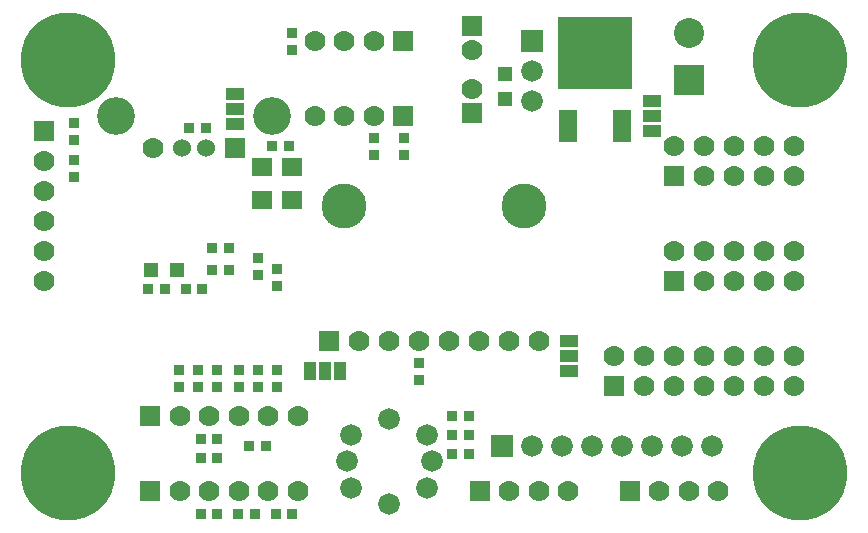
<source format=gbs>
G04 ================== begin FILE IDENTIFICATION RECORD ==================*
G04 Layout Name:  C:/HOME/KUMAGAI/DEVELOP/ORCAD/BALANCECONT_R12/allegro/BalanceCont.brd*
G04 Film Name:    GB_BalanceCont.GBS*
G04 File Format:  Gerber RS274X*
G04 File Origin:  Cadence Allegro 16.6-S014*
G04 Origin Date:  Thu Feb 25 10:40:31 2016*
G04 *
G04 Layer:  VIA CLASS/SOLDERMASK_BOTTOM*
G04 Layer:  PIN/SOLDERMASK_BOTTOM*
G04 Layer:  PACKAGE GEOMETRY/SOLDERMASK_BOTTOM*
G04 Layer:  DRC ERROR CLASS/SOLDERMASK_BOTTOM*
G04 Layer:  BOARD GEOMETRY/SOLDERMASK_BOTTOM*
G04 *
G04 Offset:    (0.0000 0.0000)*
G04 Mirror:    No*
G04 Mode:      Positive*
G04 Rotation:  0*
G04 FullContactRelief:  No*
G04 UndefLineWidth:     0.0000*
G04 ================== end FILE IDENTIFICATION RECORD ====================*
%FSLAX25Y25*MOMM*%
%IR0*IPPOS*OFA0.00000B0.00000*MIA0B0*SFA1.00000B1.00000*%
%ADD21R,1.7X1.5*%
%ADD26R,6.3X6.1*%
%ADD25R,1.5X2.8*%
%ADD24R,1.27X1.27*%
%ADD18R,1.524X1.016*%
%ADD19R,1.016X1.524*%
%ADD13R,1.27X1.27*%
%ADD15C,3.2004*%
%ADD10C,8.001*%
%ADD27C,2.54*%
%ADD20C,3.81*%
%ADD17C,1.524*%
%ADD28R,2.54X2.54*%
%ADD11C,1.778*%
%ADD22C,1.8288*%
%ADD12R,1.778X1.778*%
%ADD16R,.9652X.8128*%
%ADD14R,.8128X.9652*%
%ADD23R,1.8288X1.8288*%
%LPD*%
G75*
G54D10*
X-3100000Y-1750000D03*
Y1750000D03*
X3100000Y-1750000D03*
Y1750000D03*
G54D11*
X-3302000Y-127000D03*
Y127000D03*
Y381000D03*
Y635000D03*
Y889000D03*
X-2382000Y999000D03*
X-1653000Y-1905000D03*
X-1903000D03*
X-2153000D03*
X-1653000Y-1270000D03*
X-1903000D03*
X-2153000D03*
X-1153000Y-1905000D03*
X-1403000D03*
X-1153000Y-1270000D03*
X-1403000D03*
X-1010000Y1270000D03*
X-760000D03*
X-1010000Y1905000D03*
X-760000D03*
X-127000Y-635000D03*
X-381000D03*
X-635000D03*
X-510000Y1270000D03*
Y1905000D03*
X637000Y-1905000D03*
X635000Y-635000D03*
X381000D03*
X127000D03*
X317500Y1498600D03*
Y1835150D03*
X1137000Y-1905000D03*
X887000D03*
X1524000Y-762000D03*
X889000Y-635000D03*
X2157000Y-1905000D03*
X1907000D03*
X2286000Y-762000D03*
X2032000D03*
X1778000D03*
X2286000Y-1016000D03*
X2032000D03*
X1778000D03*
X2286000Y-127000D03*
Y127000D03*
X2032000D03*
X2286000Y762000D03*
Y1016000D03*
X2032000D03*
X2407000Y-1905000D03*
X3048000Y-762000D03*
X2794000D03*
X2540000D03*
X3048000Y-1016000D03*
X2794000D03*
X2540000D03*
X3048000Y-127000D03*
X2794000D03*
X2540000D03*
X3048000Y127000D03*
X2794000D03*
X2540000D03*
X3048000Y762000D03*
X2794000D03*
X2540000D03*
X3048000Y1016000D03*
X2794000D03*
X2540000D03*
G54D20*
X-762000Y508000D03*
X762000D03*
G54D12*
X-3302000Y1143000D03*
X-2403000Y-1905000D03*
Y-1270000D03*
X-1682000Y999000D03*
X-889000Y-635000D03*
X-260000Y1270000D03*
Y1905000D03*
X387000Y-1905000D03*
X317500Y1295400D03*
Y2038350D03*
X1524000Y-1016000D03*
X1657000Y-1905000D03*
X2032000Y-127000D03*
Y762000D03*
G54D21*
X-1460500Y558500D03*
X-1206500D03*
Y838500D03*
X-1460500D03*
G54D22*
X-741000Y-1651000D03*
X-381000Y-2011000D03*
X-21000Y-1651000D03*
X-706000Y-1876000D03*
X-56000D03*
X-381000Y-1291000D03*
X-706000Y-1426000D03*
X-56000D03*
X1333500Y-1524000D03*
X1079500D03*
X825500D03*
Y1397000D03*
Y1651000D03*
X2095500Y-1524000D03*
X1841500D03*
X1587500D03*
X2349500D03*
G54D13*
X-2392680Y-31750D03*
X-2179320D03*
G54D23*
X571500Y-1524000D03*
X825500Y1905000D03*
G54D14*
X-2420620Y-190500D03*
X-1976120Y-2095500D03*
X-1833880D03*
X-1658620D03*
X-1833880Y-1619250D03*
X-1976120D03*
Y-1460500D03*
X-1833880D03*
X-2103120Y-190500D03*
X-1960880D03*
X-2278380D03*
X-1880870Y-31750D03*
X-1738630D03*
X-1880870Y158750D03*
X-1738630D03*
X-2071370Y1174750D03*
X-1929130D03*
X-1516380Y-2095500D03*
X-1341120D03*
X-1198880D03*
X-1421130Y-1524000D03*
X-1563370D03*
X-1372870Y1016000D03*
X-1230630D03*
X293370Y-1587500D03*
X151130D03*
X293370Y-1428750D03*
X151130D03*
X293370Y-1270000D03*
X151130D03*
G54D15*
X-2689000Y1270000D03*
X-1375000D03*
G54D24*
X603250Y1417320D03*
Y1630680D03*
G54D16*
X-3048000Y1071880D03*
Y1214120D03*
Y896620D03*
Y754380D03*
X-1651000Y-1023620D03*
Y-881380D03*
X-1841500Y-1023620D03*
Y-881380D03*
X-2000250Y-1023620D03*
Y-881380D03*
X-2159000Y-1023620D03*
Y-881380D03*
X-1333500Y-1023620D03*
Y-881380D03*
X-1492250Y-1023620D03*
Y-881380D03*
Y-71120D03*
X-1333500Y-166370D03*
X-1492250Y71120D03*
X-1333500Y-24130D03*
X-1206500Y1976120D03*
Y1833880D03*
X-127000Y-960120D03*
Y-817880D03*
X-508000Y944880D03*
Y1087120D03*
X-254000Y944880D03*
Y1087120D03*
G54D25*
X1136650Y1184750D03*
X1593850D03*
G54D17*
X-2132000Y999000D03*
X-1932000D03*
G54D26*
X1365250Y1809750D03*
G54D27*
X2159000Y1976120D03*
G54D18*
X-1682750Y1460500D03*
Y1333500D03*
Y1206500D03*
X1143000Y-889000D03*
Y-762000D03*
Y-635000D03*
X1841500Y1397000D03*
Y1270000D03*
Y1143000D03*
G54D28*
X2159000Y1579880D03*
G54D19*
X-920750Y-889000D03*
X-1047750D03*
X-793750D03*
M02*

</source>
